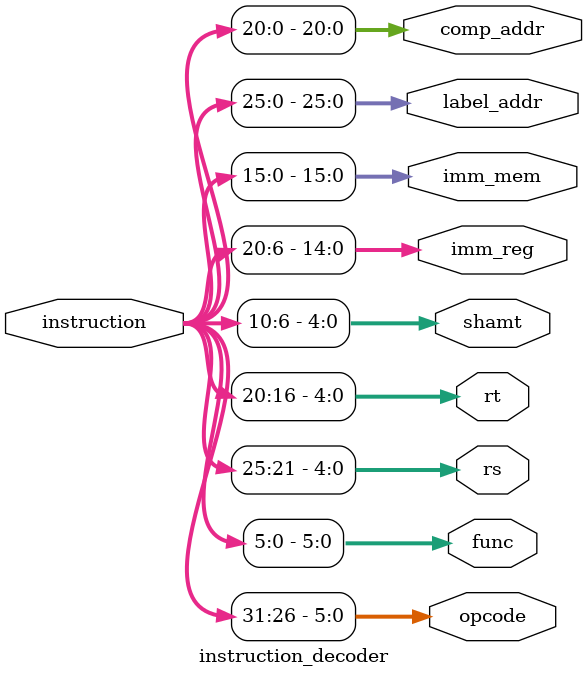
<source format=v>
module instruction_decoder(
	input  [31:0] instruction,
	output [5:0]  opcode,
	output [5:0]  func,
	output [4:0]  rs,
	output [4:0]  rt,
	output [4:0]  shamt,
	output [14:0] imm_reg,
	output [15:0] imm_mem,
	output [25:0] label_addr,
	output [20:0] comp_addr
);
	assign opcode   = instruction[31:26];
	assign func     = instruction[5:0];
	assign rs       = instruction[25:21];
	assign rt       = instruction[20:16];
	assign shamt    = instruction[10:6];
	assign imm_reg      = instruction[20:6];
	assign imm_mem    = instruction[15:0];
	assign label_addr   = instruction[25:0];
	assign comp_addr   = instruction[20:0];
	
endmodule
</source>
